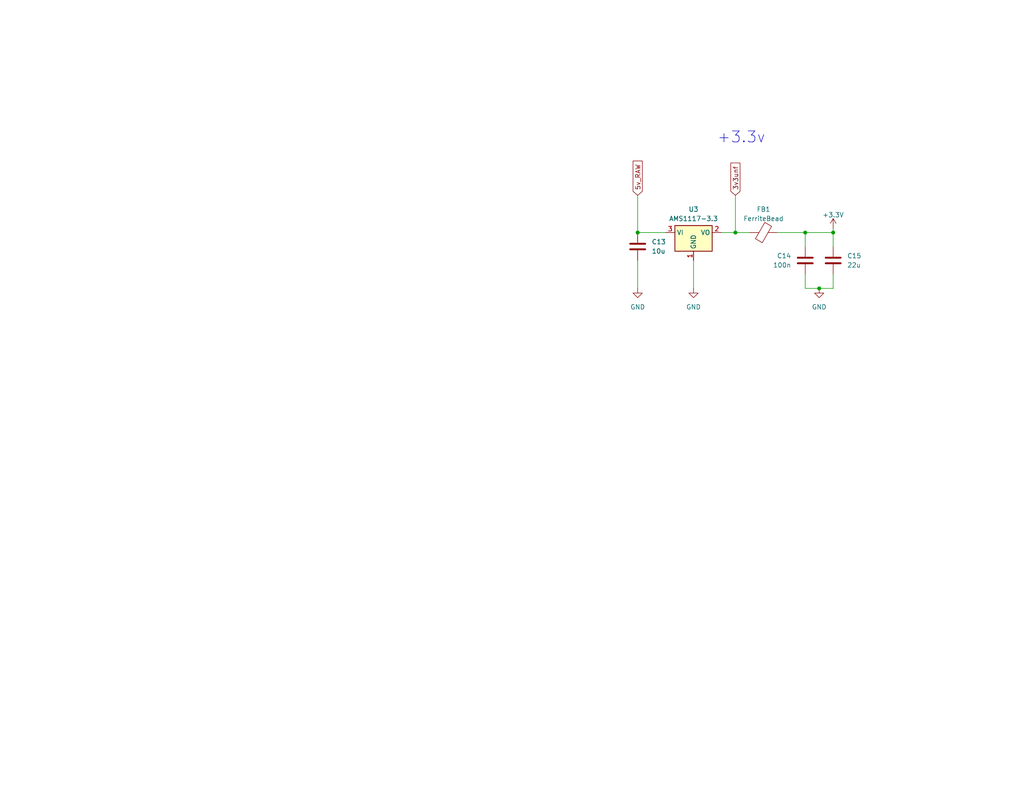
<source format=kicad_sch>
(kicad_sch (version 20250114) (generator "eeschema") (generator_version "9.0")
  (paper "A")
  (title_block (title "Development Board") (date "2025-03-03") (rev "2.3.1A") (company "Plastic Scanner"))
  (lib_symbols
    (symbol "Device:C" (pin_numbers (hide yes)) (pin_names (offset 0.254))
      (property "Reference" "C" (at 0.635 2.54 0))
      (property "Value" "C" (at 0.635 -2.54 0))
      (symbol "C_0_1"
        (polyline (pts (xy -2.032 0.762) (xy 2.032 0.762)) (stroke (width 0.508)))
        (polyline (pts (xy -2.032 -0.762) (xy 2.032 -0.762)) (stroke (width 0.508)))
      )
      (symbol "C_1_1"
        (pin passive line (at 0 3.81 270) (length 2.794) (name "~") (number "1"))
        (pin passive line (at 0 -3.81 90) (length 2.794) (name "~") (number "2"))
      )
    )
    (symbol "Device:FerriteBead" (pin_numbers (hide yes)) (pin_names (offset 0))
      (property "Reference" "FB" (at -3.81 0.635 90))
      (property "Value" "FerriteBead" (at 3.81 0 90))
      (symbol "FerriteBead_0_1"
        (polyline (pts (xy -2.7686 0.4064) (xy -1.7018 2.2606) (xy 2.7686 -0.3048) (xy 1.6764 -2.159) (xy -2.7686 0.4064)))
        (polyline (pts (xy 0 1.27) (xy 0 1.2954)))
        (polyline (pts (xy 0 -1.27) (xy 0 -1.2192)))
      )
      (symbol "FerriteBead_1_1"
        (pin passive line (at 0 3.81 270) (length 2.54) (name "~") (number "1"))
        (pin passive line (at 0 -3.81 90) (length 2.54) (name "~") (number "2"))
      )
    )
    (symbol "Regulator_Linear:AMS1117-3.3"
      (property "Reference" "U" (at -3.81 3.175 0))
      (property "Value" "AMS1117-3.3" (at 0 3.175 0))
      (symbol "AMS1117-3.3_0_1"
        (rectangle (start -5.08 -5.08) (end 5.08 1.905) (stroke (width 0.254)) (fill (type background)))
      )
      (symbol "AMS1117-3.3_1_1"
        (pin power_in line (at -7.62 0 0) (length 2.54) (name "VI") (number "3"))
        (pin power_in line (at 0 -7.62 90) (length 2.54) (name "GND") (number "1"))
        (pin power_out line (at 7.62 0 180) (length 2.54) (name "VO") (number "2"))
      )
    )
    (symbol "power:+3.3V" (power) (pin_numbers (hide yes)) (pin_names (offset 0) (hide yes))
      (property "Value" "+3.3V" (at 0 3.556 0))
      (symbol "+3.3V_0_1"
        (polyline (pts (xy -0.762 1.27) (xy 0 2.54)))
        (polyline (pts (xy 0 2.54) (xy 0.762 1.27)))
        (polyline (pts (xy 0 0) (xy 0 2.54)))
      )
      (symbol "+3.3V_1_1"
        (pin power_in line (at 0 0 90) (length 0) (name "~") (number "1"))
      )
    )
    (symbol "power:GND" (power) (pin_numbers (hide yes)) (pin_names (offset 0) (hide yes))
      (property "Value" "GND" (at 0 -3.81 0))
      (symbol "GND_0_1"
        (polyline (pts (xy 0 0) (xy 0 -1.27) (xy 1.27 -1.27) (xy 0 -2.54) (xy -1.27 -1.27) (xy 0 -1.27)))
      )
      (symbol "GND_1_1"
        (pin power_in line (at 0 0 270) (length 0) (name "~") (number "1"))
      )
    )
  )
  (text "+3.3v" (at 195.58 39.37 0) (effects (font (size 3 3)) (justify left bottom)))
  (junction (at 173.99 63.5))
  (junction (at 219.71 63.5))
  (junction (at 227.33 63.5))
  (junction (at 200.66 63.5))
  (junction (at 223.52 78.74))
  (wire (pts (xy 219.71 74.93) (xy 219.71 78.74)))
  (wire (pts (xy 173.99 71.12) (xy 173.99 78.74)))
  (wire (pts (xy 173.99 53.34) (xy 173.99 63.5)))
  (wire (pts (xy 219.71 63.5) (xy 219.71 67.31)))
  (wire (pts (xy 219.71 78.74) (xy 223.52 78.74)))
  (wire (pts (xy 212.09 63.5) (xy 219.71 63.5)))
  (wire (pts (xy 173.99 63.5) (xy 181.61 63.5)))
  (wire (pts (xy 227.33 78.74) (xy 223.52 78.74)))
  (wire (pts (xy 196.85 63.5) (xy 200.66 63.5)))
  (wire (pts (xy 227.33 74.93) (xy 227.33 78.74)))
  (wire (pts (xy 189.23 71.12) (xy 189.23 78.74)))
  (wire (pts (xy 227.33 62.23) (xy 227.33 63.5)))
  (wire (pts (xy 200.66 53.34) (xy 200.66 63.5)))
  (wire (pts (xy 219.71 63.5) (xy 227.33 63.5)))
  (wire (pts (xy 200.66 63.5) (xy 204.47 63.5)))
  (wire (pts (xy 227.33 63.5) (xy 227.33 67.31)))
  (global_label "3v3unf" (shape input) (at 200.66 53.34 90) (property "Intersheetrefs" "${INTERSHEET_REFS}" (effects (hide yes))))
  (global_label "5v_RAW" (shape input) (at 173.99 53.34 90) (property "Intersheetrefs" "${INTERSHEET_REFS}" (effects (hide yes))))
  (symbol (lib_id "Device:C") (at 227.33 71.12 0) (unit 1)
    (property "Reference" "C15" (at 231.14 69.8499 0) (effects (justify left)))
    (property "Value" "22u" (at 231.14 72.3899 0) (effects (justify left)))
    (property "Footprint" "Capacitor_SMD:C_0805_2012Metric_Pad1.18x1.45mm_HandSolder" (effects (hide yes)))
  )
  (symbol (lib_id "power:GND") (at 223.52 78.74 0) (unit 1)
    (property "Reference" "#PWR25" (effects (hide yes)))
    (property "Value" "GND" (at 223.52 83.82 0))
    (property "Description" "Power symbol creates a global label with name \"GND\" , ground" (effects (hide yes)))
  )
  (symbol (lib_id "Device:FerriteBead") (at 208.28 63.5 270) (unit 1)
    (property "Reference" "FB1" (at 208.3308 57.15 90))
    (property "Value" "FerriteBead" (at 208.3308 59.69 90))
    (property "Footprint" "Resistor_SMD:R_0805_2012Metric_Pad1.20x1.40mm_HandSolder" (effects (hide yes)))
  )
  (symbol (lib_id "Device:C") (at 219.71 71.12 0) (mirror x) (unit 1)
    (property "Reference" "C14" (at 215.9 69.8499 0) (effects (justify right)))
    (property "Value" "100n" (at 215.9 72.3899 0) (effects (justify right)))
    (property "Footprint" "Capacitor_SMD:C_0805_2012Metric_Pad1.18x1.45mm_HandSolder" (effects (hide yes)))
  )
  (symbol (lib_id "Device:C") (at 173.99 67.31 0) (unit 1)
    (property "Reference" "C13" (at 177.8 66.0399 0) (effects (justify left)))
    (property "Value" "10u" (at 177.8 68.5799 0) (effects (justify left)))
    (property "Footprint" "Capacitor_SMD:C_0805_2012Metric_Pad1.18x1.45mm_HandSolder" (effects (hide yes)))
  )
  (symbol (lib_id "power:+3.3V") (at 227.33 62.23 0) (unit 1)
    (property "Reference" "#PWR26" (effects (hide yes)))
    (property "Value" "+3.3V" (at 227.33 58.674 0))
    (property "Description" "Power symbol creates a global label with name \"+3.3V\"" (effects (hide yes)))
  )
  (symbol (lib_id "Regulator_Linear:AMS1117-3.3") (at 189.23 63.5 0) (unit 1)
    (property "Reference" "U3" (at 189.23 57.15 0))
    (property "Value" "AMS1117-3.3" (at 189.23 59.69 0))
    (property "Footprint" "Package_TO_SOT_SMD:SOT-223-3_TabPin2" (effects (hide yes)))
    (property "Datasheet" "http://www.advanced-monolithic.com/pdf/ds1117.pdf" (effects (hide yes)))
    (property "Description" "1A Low Dropout regulator, positive, 3.3V fixed output, SOT-223" (effects (hide yes)))
  )
  (symbol (lib_id "power:GND") (at 189.23 78.74 0) (unit 1)
    (property "Reference" "#PWR24" (effects (hide yes)))
    (property "Value" "GND" (at 189.23 83.82 0))
    (property "Description" "Power symbol creates a global label with name \"GND\" , ground" (effects (hide yes)))
  )
  (symbol (lib_id "power:GND") (at 173.99 78.74 0) (unit 1)
    (property "Reference" "#PWR23" (effects (hide yes)))
    (property "Value" "GND" (at 173.99 83.82 0))
    (property "Description" "Power symbol creates a global label with name \"GND\" , ground" (effects (hide yes)))
  )
)
</source>
